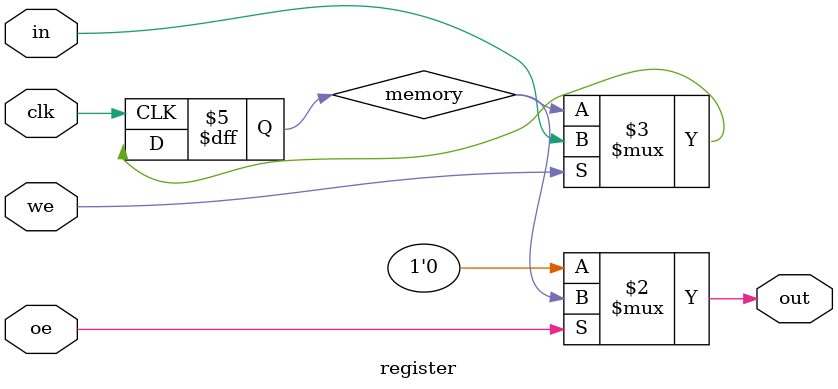
<source format=v>
module register(
	input clk, we, oe, in,
	output out
);

reg memory;

always @(posedge clk) begin
	if (we) memory <= in;
end

assign out = oe ? memory : 1'b0;

endmodule

</source>
